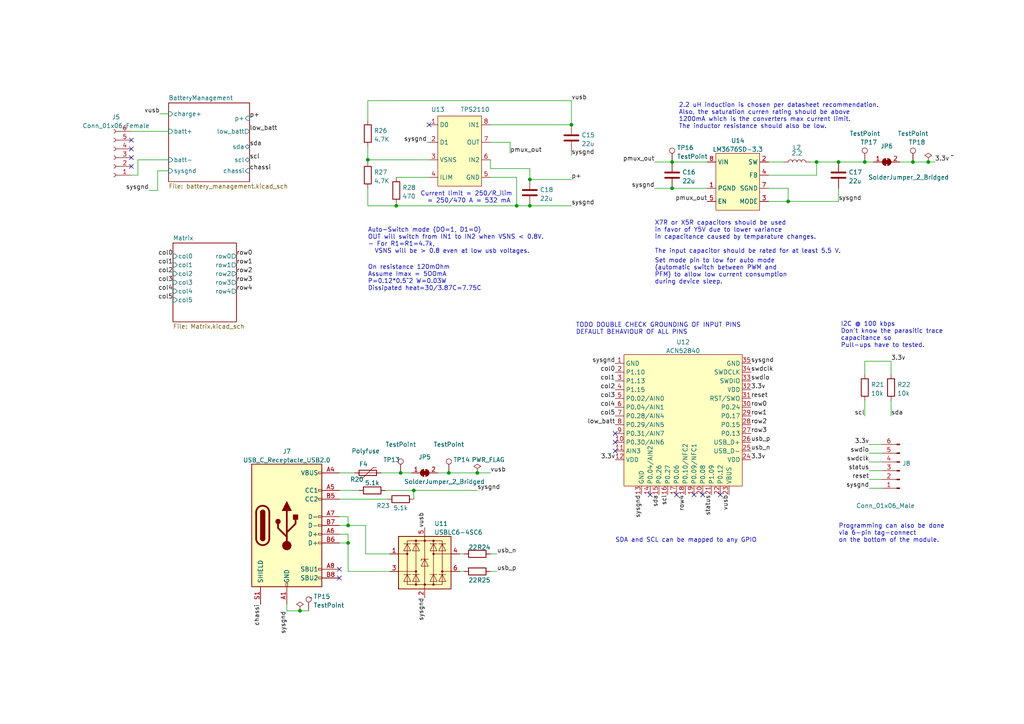
<source format=kicad_sch>
(kicad_sch (version 20211123) (generator eeschema)
  (paper "A4")
  (lib_symbols
    (symbol "Connector:Conn_01x06_Female" (pin_names (offset 1.016) hide)
      (property "Reference" "J" (at 0 7.62 0))
      (property "Value" "Conn_01x06_Female" (at 0 -10.16 0))
      (symbol "Conn_01x06_Female_1_1"
        (arc (start 0 -7.112) (mid -0.508 -7.62) (end 0 -8.128) (stroke (width 0.1524)))
        (arc (start 0 -4.572) (mid -0.508 -5.08) (end 0 -5.588) (stroke (width 0.1524)))
        (arc (start 0 -2.032) (mid -0.508 -2.54) (end 0 -3.048) (stroke (width 0.1524)))
        (polyline (pts (xy -1.27 -7.62) (xy -0.508 -7.62)) (stroke (width 0.1524)))
        (polyline (pts (xy -1.27 -5.08) (xy -0.508 -5.08)) (stroke (width 0.1524)))
        (polyline (pts (xy -1.27 -2.54) (xy -0.508 -2.54)) (stroke (width 0.1524)))
        (polyline (pts (xy -1.27 0) (xy -0.508 0)) (stroke (width 0.1524)))
        (polyline (pts (xy -1.27 2.54) (xy -0.508 2.54)) (stroke (width 0.1524)))
        (polyline (pts (xy -1.27 5.08) (xy -0.508 5.08)) (stroke (width 0.1524)))
        (arc (start 0 0.508) (mid -0.508 0) (end 0 -0.508) (stroke (width 0.1524)))
        (arc (start 0 3.048) (mid -0.508 2.54) (end 0 2.032) (stroke (width 0.1524)))
        (arc (start 0 5.588) (mid -0.508 5.08) (end 0 4.572) (stroke (width 0.1524)))
        (pin passive line (at -5.08 5.08 0) (length 3.81) (name "Pin_1") (number "1"))
        (pin passive line (at -5.08 2.54 0) (length 3.81) (name "Pin_2") (number "2"))
        (pin passive line (at -5.08 0 0) (length 3.81) (name "Pin_3") (number "3"))
        (pin passive line (at -5.08 -2.54 0) (length 3.81) (name "Pin_4") (number "4"))
        (pin passive line (at -5.08 -5.08 0) (length 3.81) (name "Pin_5") (number "5"))
        (pin passive line (at -5.08 -7.62 0) (length 3.81) (name "Pin_6") (number "6"))
      )
    )
    (symbol "Connector:Conn_01x06_Male" (pin_names (offset 1.016) hide)
      (property "Reference" "J" (at 0 7.62 0))
      (property "Value" "Conn_01x06_Male" (at 0 -10.16 0))
      (symbol "Conn_01x06_Male_1_1"
        (polyline (pts (xy 1.27 -7.62) (xy 0.8636 -7.62)) (stroke (width 0.1524)))
        (polyline (pts (xy 1.27 -5.08) (xy 0.8636 -5.08)) (stroke (width 0.1524)))
        (polyline (pts (xy 1.27 -2.54) (xy 0.8636 -2.54)) (stroke (width 0.1524)))
        (polyline (pts (xy 1.27 0) (xy 0.8636 0)) (stroke (width 0.1524)))
        (polyline (pts (xy 1.27 2.54) (xy 0.8636 2.54)) (stroke (width 0.1524)))
        (polyline (pts (xy 1.27 5.08) (xy 0.8636 5.08)) (stroke (width 0.1524)))
        (rectangle (start 0.8636 -7.493) (end 0 -7.747) (stroke (width 0.1524)) (fill (type outline)))
        (rectangle (start 0.8636 -4.953) (end 0 -5.207) (stroke (width 0.1524)) (fill (type outline)))
        (rectangle (start 0.8636 -2.413) (end 0 -2.667) (stroke (width 0.1524)) (fill (type outline)))
        (rectangle (start 0.8636 0.127) (end 0 -0.127) (stroke (width 0.1524)) (fill (type outline)))
        (rectangle (start 0.8636 2.667) (end 0 2.413) (stroke (width 0.1524)) (fill (type outline)))
        (rectangle (start 0.8636 5.207) (end 0 4.953) (stroke (width 0.1524)) (fill (type outline)))
        (pin passive line (at 5.08 5.08 180) (length 3.81) (name "Pin_1") (number "1"))
        (pin passive line (at 5.08 2.54 180) (length 3.81) (name "Pin_2") (number "2"))
        (pin passive line (at 5.08 0 180) (length 3.81) (name "Pin_3") (number "3"))
        (pin passive line (at 5.08 -2.54 180) (length 3.81) (name "Pin_4") (number "4"))
        (pin passive line (at 5.08 -5.08 180) (length 3.81) (name "Pin_5") (number "5"))
        (pin passive line (at 5.08 -7.62 180) (length 3.81) (name "Pin_6") (number "6"))
      )
    )
    (symbol "Connector:TestPoint" (pin_numbers hide) (pin_names (offset 0.762) hide)
      (property "Reference" "TP" (at 0 6.858 0))
      (property "Value" "TestPoint" (at 0 5.08 0))
      (symbol "TestPoint_0_1"
        (circle (center 0 3.302) (radius 0.762))
      )
      (symbol "TestPoint_1_1"
        (pin passive line (at 0 0 90) (length 2.54) (name "1") (number "1"))
      )
    )
    (symbol "Connector:USB_C_Receptacle_USB2.0" (pin_names (offset 1.016))
      (property "Reference" "J" (at -10.16 19.05 0))
      (property "Value" "USB_C_Receptacle_USB2.0" (at 19.05 19.05 0))
      (symbol "USB_C_Receptacle_USB2.0_0_0"
        (rectangle (start -0.254 -17.78) (end 0.254 -16.764))
        (rectangle (start 10.16 -14.986) (end 9.144 -15.494))
        (rectangle (start 10.16 -12.446) (end 9.144 -12.954))
        (rectangle (start 10.16 -4.826) (end 9.144 -5.334))
        (rectangle (start 10.16 -2.286) (end 9.144 -2.794))
        (rectangle (start 10.16 0.254) (end 9.144 -0.254))
        (rectangle (start 10.16 2.794) (end 9.144 2.286))
        (rectangle (start 10.16 7.874) (end 9.144 7.366))
        (rectangle (start 10.16 10.414) (end 9.144 9.906))
        (rectangle (start 10.16 15.494) (end 9.144 14.986))
      )
      (symbol "USB_C_Receptacle_USB2.0_0_1"
        (rectangle (start -10.16 17.78) (end 10.16 -17.78) (stroke (width 0.254)) (fill (type background)))
        (arc (start -8.89 -3.81) (mid -6.985 -5.715) (end -5.08 -3.81) (stroke (width 0.508)))
        (arc (start -7.62 -3.81) (mid -6.985 -4.445) (end -6.35 -3.81) (stroke (width 0.254)))
        (arc (start -7.62 -3.81) (mid -6.985 -4.445) (end -6.35 -3.81) (stroke (width 0.254)) (fill (type outline)))
        (rectangle (start -7.62 -3.81) (end -6.35 3.81) (stroke (width 0.254)) (fill (type outline)))
        (arc (start -6.35 3.81) (mid -6.985 4.445) (end -7.62 3.81) (stroke (width 0.254)))
        (arc (start -6.35 3.81) (mid -6.985 4.445) (end -7.62 3.81) (stroke (width 0.254)) (fill (type outline)))
        (arc (start -5.08 3.81) (mid -6.985 5.715) (end -8.89 3.81) (stroke (width 0.508)))
        (circle (center -2.54 1.143) (radius 0.635) (stroke (width 0.254)) (fill (type outline)))
        (circle (center 0 -5.842) (radius 1.27) (fill (type outline)))
        (polyline (pts (xy -8.89 -3.81) (xy -8.89 3.81)) (stroke (width 0.508)))
        (polyline (pts (xy -5.08 3.81) (xy -5.08 -3.81)) (stroke (width 0.508)))
        (polyline (pts (xy 0 -5.842) (xy 0 4.318)) (stroke (width 0.508)))
        (polyline (pts (xy 0 -3.302) (xy -2.54 -0.762) (xy -2.54 0.508)) (stroke (width 0.508)))
        (polyline (pts (xy 0 -2.032) (xy 2.54 0.508) (xy 2.54 1.778)) (stroke (width 0.508)))
        (polyline (pts (xy -1.27 4.318) (xy 0 6.858) (xy 1.27 4.318) (xy -1.27 4.318)) (stroke (width 0.254)) (fill (type outline)))
        (rectangle (start 1.905 1.778) (end 3.175 3.048) (stroke (width 0.254)) (fill (type outline)))
      )
      (symbol "USB_C_Receptacle_USB2.0_1_1"
        (pin passive line (at 0 -22.86 90) (length 5.08) (name "GND") (number "A1"))
        (pin passive line (at 0 -22.86 90) (length 5.08) hide (name "GND") (number "A12"))
        (pin passive line (at 15.24 15.24 180) (length 5.08) (name "VBUS") (number "A4"))
        (pin bidirectional line (at 15.24 10.16 180) (length 5.08) (name "CC1") (number "A5"))
        (pin bidirectional line (at 15.24 -2.54 180) (length 5.08) (name "D+") (number "A6"))
        (pin bidirectional line (at 15.24 2.54 180) (length 5.08) (name "D-") (number "A7"))
        (pin bidirectional line (at 15.24 -12.7 180) (length 5.08) (name "SBU1") (number "A8"))
        (pin passive line (at 15.24 15.24 180) (length 5.08) hide (name "VBUS") (number "A9"))
        (pin passive line (at 0 -22.86 90) (length 5.08) hide (name "GND") (number "B1"))
        (pin passive line (at 0 -22.86 90) (length 5.08) hide (name "GND") (number "B12"))
        (pin passive line (at 15.24 15.24 180) (length 5.08) hide (name "VBUS") (number "B4"))
        (pin bidirectional line (at 15.24 7.62 180) (length 5.08) (name "CC2") (number "B5"))
        (pin bidirectional line (at 15.24 -5.08 180) (length 5.08) (name "D+") (number "B6"))
        (pin bidirectional line (at 15.24 0 180) (length 5.08) (name "D-") (number "B7"))
        (pin bidirectional line (at 15.24 -15.24 180) (length 5.08) (name "SBU2") (number "B8"))
        (pin passive line (at 15.24 15.24 180) (length 5.08) hide (name "VBUS") (number "B9"))
        (pin passive line (at -7.62 -22.86 90) (length 5.08) (name "SHIELD") (number "S1"))
      )
    )
    (symbol "Device:C" (pin_numbers hide) (pin_names (offset 0.254))
      (property "Reference" "C" (at 0.635 2.54 0))
      (property "Value" "C" (at 0.635 -2.54 0))
      (symbol "C_0_1"
        (polyline (pts (xy -2.032 -0.762) (xy 2.032 -0.762)) (stroke (width 0.508)))
        (polyline (pts (xy -2.032 0.762) (xy 2.032 0.762)) (stroke (width 0.508)))
      )
      (symbol "C_1_1"
        (pin passive line (at 0 3.81 270) (length 2.794) (name "~") (number "1"))
        (pin passive line (at 0 -3.81 90) (length 2.794) (name "~") (number "2"))
      )
    )
    (symbol "Device:L" (pin_numbers hide) (pin_names (offset 1.016) hide)
      (property "Reference" "L" (at -1.27 0 90))
      (property "Value" "L" (at 1.905 0 90))
      (symbol "L_0_1"
        (arc (start 0 -2.54) (mid 0.635 -1.905) (end 0 -1.27))
        (arc (start 0 -1.27) (mid 0.635 -0.635) (end 0 0))
        (arc (start 0 0) (mid 0.635 0.635) (end 0 1.27))
        (arc (start 0 1.27) (mid 0.635 1.905) (end 0 2.54))
      )
      (symbol "L_1_1"
        (pin passive line (at 0 3.81 270) (length 1.27) (name "1") (number "1"))
        (pin passive line (at 0 -3.81 90) (length 1.27) (name "2") (number "2"))
      )
    )
    (symbol "Device:Polyfuse" (pin_numbers hide) (pin_names (offset 0))
      (property "Reference" "F" (at -2.54 0 90))
      (property "Value" "Polyfuse" (at 2.54 0 90))
      (symbol "Polyfuse_0_1"
        (rectangle (start -0.762 2.54) (end 0.762 -2.54) (stroke (width 0.254)))
        (polyline (pts (xy 0 2.54) (xy 0 -2.54)))
        (polyline (pts (xy -1.524 2.54) (xy -1.524 1.524) (xy 1.524 -1.524) (xy 1.524 -2.54)))
      )
      (symbol "Polyfuse_1_1"
        (pin passive line (at 0 3.81 270) (length 1.27) (name "~") (number "1"))
        (pin passive line (at 0 -3.81 90) (length 1.27) (name "~") (number "2"))
      )
    )
    (symbol "Device:R" (pin_numbers hide) (pin_names (offset 0))
      (property "Reference" "R" (at 2.032 0 90))
      (property "Value" "R" (at 0 0 90))
      (symbol "R_0_1"
        (rectangle (start -1.016 -2.54) (end 1.016 2.54) (stroke (width 0.254)))
      )
      (symbol "R_1_1"
        (pin passive line (at 0 3.81 270) (length 1.27) (name "~") (number "1"))
        (pin passive line (at 0 -3.81 90) (length 1.27) (name "~") (number "2"))
      )
    )
    (symbol "Jumper:SolderJumper_2_Bridged" (pin_names (offset 0) hide)
      (property "Reference" "JP" (at 0 2.032 0))
      (property "Value" "SolderJumper_2_Bridged" (at 0 -2.54 0))
      (symbol "SolderJumper_2_Bridged_0_1"
        (rectangle (start -0.508 0.508) (end 0.508 -0.508) (fill (type outline)))
        (arc (start -0.254 1.016) (mid -1.27 0) (end -0.254 -1.016))
        (arc (start -0.254 1.016) (mid -1.27 0) (end -0.254 -1.016) (fill (type outline)))
        (polyline (pts (xy -0.254 1.016) (xy -0.254 -1.016)))
        (polyline (pts (xy 0.254 1.016) (xy 0.254 -1.016)))
        (arc (start 0.254 -1.016) (mid 1.27 0) (end 0.254 1.016))
        (arc (start 0.254 -1.016) (mid 1.27 0) (end 0.254 1.016) (fill (type outline)))
      )
      (symbol "SolderJumper_2_Bridged_1_1"
        (pin passive line (at -3.81 0 0) (length 2.54) (name "A") (number "1"))
        (pin passive line (at 3.81 0 180) (length 2.54) (name "B") (number "2"))
      )
    )
    (symbol "Power_Protection:USBLC6-4SC6" (pin_names hide)
      (property "Reference" "U" (at 2.54 8.89 0))
      (property "Value" "USBLC6-4SC6" (at 2.54 -8.89 0))
      (symbol "USBLC6-4SC6_0_1"
        (rectangle (start -7.62 -7.62) (end 7.62 7.62) (stroke (width 0.254)) (fill (type background)))
        (circle (center -5.08 2.54) (radius 0.254) (fill (type outline)))
        (circle (center -2.54 -6.35) (radius 0.254) (fill (type outline)))
        (circle (center -2.54 -2.54) (radius 0.254) (fill (type outline)))
        (circle (center -2.54 6.35) (radius 0.254) (fill (type outline)))
        (rectangle (start -2.54 6.35) (end 2.54 -6.35))
        (circle (center 0 -6.35) (radius 0.254) (fill (type outline)))
        (polyline (pts (xy -5.08 2.54) (xy -7.62 2.54)))
        (polyline (pts (xy -4.064 -3.429) (xy -6.096 -3.429)))
        (polyline (pts (xy -4.064 5.461) (xy -6.096 5.461)))
        (polyline (pts (xy -2.54 -2.54) (xy -7.62 -2.54)))
        (polyline (pts (xy -1.524 -3.429) (xy -3.556 -3.429)))
        (polyline (pts (xy -1.524 5.461) (xy -3.556 5.461)))
        (polyline (pts (xy 0 -7.62) (xy 0 -6.35)))
        (polyline (pts (xy 0 -6.35) (xy 0 1.27)))
        (polyline (pts (xy 0 1.27) (xy 0 6.35)))
        (polyline (pts (xy 0 6.35) (xy 0 7.62)))
        (polyline (pts (xy 1.524 -3.429) (xy 3.556 -3.429)))
        (polyline (pts (xy 1.524 5.461) (xy 3.556 5.461)))
        (polyline (pts (xy 2.54 2.54) (xy 7.62 2.54)))
        (polyline (pts (xy 4.064 -3.429) (xy 6.096 -3.429)))
        (polyline (pts (xy 4.064 5.461) (xy 6.096 5.461)))
        (polyline (pts (xy 5.08 -2.54) (xy 7.62 -2.54)))
        (polyline (pts (xy -6.096 -5.461) (xy -4.064 -5.461) (xy -5.08 -3.429) (xy -6.096 -5.461)))
        (polyline (pts (xy -6.096 3.429) (xy -4.064 3.429) (xy -5.08 5.461) (xy -6.096 3.429)))
        (polyline (pts (xy -3.556 -5.461) (xy -1.524 -5.461) (xy -2.54 -3.429) (xy -3.556 -5.461)))
        (polyline (pts (xy -3.556 3.429) (xy -1.524 3.429) (xy -2.54 5.461) (xy -3.556 3.429)))
        (polyline (pts (xy -2.54 6.35) (xy -5.08 6.35) (xy -5.08 -6.35) (xy -2.54 -6.35)))
        (polyline (pts (xy -1.016 -1.016) (xy 1.016 -1.016) (xy 0 1.016) (xy -1.016 -1.016)))
        (polyline (pts (xy 1.016 1.016) (xy 0.762 1.016) (xy -1.016 1.016) (xy -1.016 0.508)))
        (polyline (pts (xy 2.54 6.35) (xy 5.08 6.35) (xy 5.08 -6.35) (xy 2.54 -6.35)))
        (polyline (pts (xy 3.556 -5.461) (xy 1.524 -5.461) (xy 2.54 -3.429) (xy 3.556 -5.461)))
        (polyline (pts (xy 3.556 3.429) (xy 1.524 3.429) (xy 2.54 5.461) (xy 3.556 3.429)))
        (polyline (pts (xy 6.096 -5.461) (xy 4.064 -5.461) (xy 5.08 -3.429) (xy 6.096 -5.461)))
        (polyline (pts (xy 6.096 3.429) (xy 4.064 3.429) (xy 5.08 5.461) (xy 6.096 3.429)))
        (circle (center 0 6.35) (radius 0.254) (fill (type outline)))
        (circle (center 2.54 -6.35) (radius 0.254) (fill (type outline)))
        (circle (center 2.54 2.54) (radius 0.254) (fill (type outline)))
        (circle (center 2.54 6.35) (radius 0.254) (fill (type outline)))
        (circle (center 5.08 -2.54) (radius 0.254) (fill (type outline)))
      )
      (symbol "USBLC6-4SC6_1_1"
        (pin passive line (at -10.16 2.54 0) (length 2.54) (name "I/O1") (number "1"))
        (pin passive line (at 0 -10.16 90) (length 2.54) (name "GND") (number "2"))
        (pin passive line (at -10.16 -2.54 0) (length 2.54) (name "I/O2") (number "3"))
        (pin passive line (at 10.16 2.54 180) (length 2.54) (name "I/O3") (number "4"))
        (pin passive line (at 0 10.16 270) (length 2.54) (name "VBUS") (number "5"))
        (pin passive line (at 10.16 -2.54 180) (length 2.54) (name "I/O4") (number "6"))
      )
    )
    (symbol "grapto-v3w:ACN52840"
      (property "Reference" "U?" (at -0.635 36.669 0))
      (property "Value" "ACN52840" (at -0.635 34.1321 0))
      (symbol "ACN52840_0_1"
        (rectangle (start -17.78 33.02) (end 16.51 -5.08) (stroke (width 0.1524)) (fill (type background)))
      )
      (symbol "ACN52840_1_1"
        (pin power_in line (at -20.32 30.48 0) (length 2.54) (name "GND") (number "1"))
        (pin bidirectional line (at -20.32 7.62 0) (length 2.54) (name "P0.30/AIN6") (number "10"))
        (pin input line (at -20.32 5.08 0) (length 2.54) (name "AIN3") (number "11"))
        (pin power_in line (at -20.32 2.54 0) (length 2.54) (name "VDD") (number "12"))
        (pin power_in line (at -12.7 -7.62 90) (length 2.54) (name "GND") (number "13"))
        (pin bidirectional line (at -10.16 -7.62 90) (length 2.54) (name "P0.04/AIN2") (number "14"))
        (pin bidirectional line (at -7.62 -7.62 90) (length 2.54) (name "P0.26") (number "15"))
        (pin bidirectional line (at -5.08 -7.62 90) (length 2.54) (name "P0.27") (number "16"))
        (pin bidirectional line (at -2.54 -7.62 90) (length 2.54) (name "P0.06") (number "17"))
        (pin bidirectional line (at 0 -7.62 90) (length 2.54) (name "P0.10/NFC2") (number "18"))
        (pin bidirectional line (at 2.54 -7.62 90) (length 2.54) (name "P0.09/NFC1") (number "19"))
        (pin bidirectional line (at -20.32 27.94 0) (length 2.54) (name "P1.10") (number "2"))
        (pin bidirectional line (at 5.08 -7.62 90) (length 2.54) (name "P0.08") (number "20"))
        (pin bidirectional line (at 7.62 -7.62 90) (length 2.54) (name "P1.09") (number "21"))
        (pin bidirectional line (at 10.16 -7.62 90) (length 2.54) (name "P0.12") (number "22"))
        (pin power_in line (at 12.7 -7.62 90) (length 2.54) (name "VBUS") (number "23"))
        (pin power_in line (at 19.05 2.54 180) (length 2.54) (name "VDD") (number "24"))
        (pin bidirectional line (at 19.05 5.08 180) (length 2.54) (name "USB_D-") (number "25"))
        (pin bidirectional line (at 19.05 7.62 180) (length 2.54) (name "USB_D+") (number "26"))
        (pin bidirectional line (at 19.05 10.16 180) (length 2.54) (name "P0.13") (number "27"))
        (pin bidirectional line (at 19.05 12.7 180) (length 2.54) (name "P0.15") (number "28"))
        (pin bidirectional line (at 19.05 15.24 180) (length 2.54) (name "P0.17") (number "29"))
        (pin bidirectional line (at -20.32 25.4 0) (length 2.54) (name "P1.13") (number "3"))
        (pin bidirectional line (at 19.05 17.78 180) (length 2.54) (name "P0.24") (number "30"))
        (pin bidirectional line (at 19.05 20.32 180) (length 2.54) (name "RST/SWO") (number "31"))
        (pin power_in line (at 19.05 22.86 180) (length 2.54) (name "VDD") (number "32"))
        (pin bidirectional line (at 19.05 25.4 180) (length 2.54) (name "SWDIO") (number "33"))
        (pin bidirectional line (at 19.05 27.94 180) (length 2.54) (name "SWDCLK") (number "34"))
        (pin power_in line (at 19.05 30.48 180) (length 2.54) (name "GND") (number "35"))
        (pin bidirectional line (at -20.32 22.86 0) (length 2.54) (name "P1.15") (number "4"))
        (pin input line (at -20.32 20.32 0) (length 2.54) (name "P0.02/AIN0") (number "5"))
        (pin input line (at -20.32 17.78 0) (length 2.54) (name "P0.04/AIN1") (number "6"))
        (pin bidirectional line (at -20.32 15.24 0) (length 2.54) (name "P0.28/AIN4") (number "7"))
        (pin bidirectional line (at -20.32 12.7 0) (length 2.54) (name "P0.29/AIN5") (number "8"))
        (pin bidirectional line (at -20.32 10.16 0) (length 2.54) (name "P0.31/AIN7") (number "9"))
      )
    )
    (symbol "grapto-v3w:LM3676SD-3.3"
      (property "Reference" "U" (at 0 12.7 0))
      (property "Value" "LM3676SD-3.3" (at -1.27 8.89 0))
      (symbol "LM3676SD-3.3_0_1"
        (rectangle (start -6.35 7.62) (end 6.35 -8.89) (stroke (width 0.1524)) (fill (type background)))
      )
      (symbol "LM3676SD-3.3_1_1"
        (pin power_in line (at -8.89 -2.54 0) (length 2.54) (name "PGND") (number "1"))
        (pin power_out line (at 8.89 5.08 180) (length 2.54) (name "SW") (number "2"))
        (pin input line (at 8.89 -6.35 180) (length 2.54) (name "MODE") (number "3"))
        (pin bidirectional line (at 8.89 1.27 180) (length 2.54) (name "FB") (number "4"))
        (pin input line (at -8.89 -6.35 0) (length 2.54) (name "EN") (number "5"))
        (pin power_in line (at 8.89 -2.54 180) (length 2.54) (name "SGND") (number "7"))
        (pin power_in line (at -8.89 5.08 0) (length 2.54) (name "VIN") (number "8"))
      )
    )
    (symbol "grapto-v3w:TPS2110"
      (property "Reference" "U" (at 3.81 12.7 0))
      (property "Value" "TPS2110" (at -5.08 12.7 0))
      (symbol "TPS2110_0_1"
        (rectangle (start -6.35 10.16) (end 6.35 -10.16) (stroke (width 0.1524)) (fill (type background)))
      )
      (symbol "TPS2110_1_1"
        (pin input line (at -8.89 7.62 0) (length 2.54) (name "D0") (number "1"))
        (pin input line (at -8.89 2.54 0) (length 2.54) (name "D1") (number "2"))
        (pin input line (at -8.89 -2.54 0) (length 2.54) (name "VSNS") (number "3"))
        (pin bidirectional line (at -8.89 -7.62 0) (length 2.54) (name "ILIM") (number "4"))
        (pin power_in line (at 8.89 -7.62 180) (length 2.54) (name "GND") (number "5"))
        (pin power_in line (at 8.89 -2.54 180) (length 2.54) (name "IN2") (number "6"))
        (pin power_out line (at 8.89 2.54 180) (length 2.54) (name "OUT") (number "7"))
        (pin power_in line (at 8.89 7.62 180) (length 2.54) (name "IN1") (number "8"))
      )
    )
    (symbol "power:PWR_FLAG" (power) (pin_numbers hide) (pin_names (offset 0) hide)
      (property "Value" "PWR_FLAG" (at 0 3.81 0))
      (symbol "PWR_FLAG_0_0"
        (pin power_out line (at 0 0 90) (length 0) (name "pwr") (number "1"))
      )
      (symbol "PWR_FLAG_0_1"
        (polyline (pts (xy 0 0) (xy 0 1.27) (xy -1.016 1.905) (xy 0 2.54) (xy 1.016 1.905) (xy 0 1.27)))
      )
    )
  )
  (junction (at 114.935 59.69))
  (junction (at 228.6 58.42))
  (junction (at 153.67 52.07))
  (junction (at 243.205 46.99))
  (junction (at 138.43 137.16))
  (junction (at 106.68 46.355))
  (junction (at 153.67 59.69))
  (junction (at 120.015 142.24))
  (junction (at 130.175 137.16))
  (junction (at 194.945 46.99))
  (junction (at 86.995 177.165))
  (junction (at 194.945 54.61))
  (junction (at 264.795 46.99))
  (junction (at 236.855 46.99))
  (junction (at 116.205 137.16))
  (junction (at 165.735 36.195))
  (junction (at 269.24 46.99))
  (junction (at 100.965 152.4))
  (junction (at 250.825 46.99))
  (junction (at 100.965 157.48))
  (junction (at 149.86 59.69))
  (no_connect (at 38.1 45.72))
  (no_connect (at 38.1 40.64))
  (no_connect (at 178.435 130.81))
  (no_connect (at 178.435 125.73))
  (no_connect (at 178.435 128.27))
  (no_connect (at 188.595 143.51))
  (no_connect (at 196.215 143.51))
  (no_connect (at 208.915 143.51))
  (no_connect (at 201.295 143.51))
  (no_connect (at 203.835 143.51))
  (no_connect (at 38.1 43.18))
  (no_connect (at 98.425 165.1))
  (no_connect (at 38.1 48.26))
  (no_connect (at 98.425 167.64))
  (no_connect (at 124.46 36.195))
  (wire (pts (xy 98.425 154.94) (xy 100.965 154.94)))
  (wire (pts (xy 147.955 41.275) (xy 147.955 44.45)))
  (wire (pts (xy 142.24 48.895) (xy 142.24 46.355)))
  (wire (pts (xy 165.735 29.21) (xy 106.68 29.21)))
  (wire (pts (xy 133.35 160.655) (xy 134.62 160.655)))
  (wire (pts (xy 113.03 165.735) (xy 100.965 165.735)))
  (wire (pts (xy 113.03 160.655) (xy 106.045 160.655)))
  (wire (pts (xy 250.825 104.775) (xy 250.825 108.585)))
  (wire (pts (xy 260.985 46.99) (xy 264.795 46.99)))
  (wire (pts (xy 46.355 33.02) (xy 48.895 33.02)))
  (wire (pts (xy 98.425 152.4) (xy 100.965 152.4)))
  (wire (pts (xy 243.205 54.61) (xy 243.205 58.42)))
  (wire (pts (xy 114.935 59.69) (xy 149.86 59.69)))
  (wire (pts (xy 110.49 137.16) (xy 116.205 137.16)))
  (wire (pts (xy 250.825 46.99) (xy 253.365 46.99)))
  (wire (pts (xy 142.24 41.275) (xy 147.955 41.275)))
  (wire (pts (xy 116.205 137.16) (xy 119.38 137.16)))
  (wire (pts (xy 120.015 142.24) (xy 120.015 144.78)))
  (wire (pts (xy 45.72 55.245) (xy 45.72 49.53)))
  (wire (pts (xy 153.67 52.07) (xy 165.735 52.07)))
  (wire (pts (xy 250.825 104.775) (xy 258.445 104.775)))
  (wire (pts (xy 252.095 136.525) (xy 255.905 136.525)))
  (wire (pts (xy 100.965 154.94) (xy 100.965 157.48)))
  (wire (pts (xy 40.005 46.355) (xy 48.895 46.355)))
  (wire (pts (xy 138.43 137.16) (xy 142.24 137.16)))
  (wire (pts (xy 194.945 54.61) (xy 205.105 54.61)))
  (wire (pts (xy 120.015 142.24) (xy 138.43 142.24)))
  (wire (pts (xy 149.86 51.435) (xy 149.86 59.69)))
  (wire (pts (xy 165.735 29.21) (xy 165.735 36.195)))
  (wire (pts (xy 252.095 133.985) (xy 255.905 133.985)))
  (wire (pts (xy 40.005 46.355) (xy 40.005 50.8)))
  (wire (pts (xy 142.24 165.735) (xy 144.145 165.735)))
  (wire (pts (xy 130.175 137.16) (xy 138.43 137.16)))
  (wire (pts (xy 142.24 48.895) (xy 153.67 48.895)))
  (wire (pts (xy 106.045 160.655) (xy 106.045 152.4)))
  (wire (pts (xy 45.72 49.53) (xy 48.895 49.53)))
  (wire (pts (xy 83.185 177.165) (xy 86.995 177.165)))
  (wire (pts (xy 222.885 46.99) (xy 227.33 46.99)))
  (wire (pts (xy 100.965 152.4) (xy 100.965 149.86)))
  (wire (pts (xy 100.965 157.48) (xy 98.425 157.48)))
  (wire (pts (xy 106.68 29.21) (xy 106.68 34.925)))
  (wire (pts (xy 100.965 165.735) (xy 100.965 157.48)))
  (wire (pts (xy 98.425 149.86) (xy 100.965 149.86)))
  (wire (pts (xy 243.205 46.99) (xy 250.825 46.99)))
  (wire (pts (xy 133.35 165.735) (xy 134.62 165.735)))
  (wire (pts (xy 222.885 54.61) (xy 228.6 54.61)))
  (wire (pts (xy 149.86 59.69) (xy 153.67 59.69)))
  (wire (pts (xy 234.95 46.99) (xy 236.855 46.99)))
  (wire (pts (xy 252.095 139.065) (xy 255.905 139.065)))
  (wire (pts (xy 43.18 55.245) (xy 45.72 55.245)))
  (wire (pts (xy 252.095 128.905) (xy 255.905 128.905)))
  (wire (pts (xy 106.68 59.69) (xy 106.68 54.61)))
  (wire (pts (xy 252.095 141.605) (xy 255.905 141.605)))
  (wire (pts (xy 127 137.16) (xy 130.175 137.16)))
  (wire (pts (xy 86.995 177.165) (xy 89.535 177.165)))
  (wire (pts (xy 258.445 104.775) (xy 258.445 108.585)))
  (wire (pts (xy 106.68 42.545) (xy 106.68 46.355)))
  (wire (pts (xy 153.67 59.69) (xy 165.735 59.69)))
  (wire (pts (xy 258.445 116.205) (xy 258.445 120.65)))
  (wire (pts (xy 153.67 52.07) (xy 153.67 48.895)))
  (wire (pts (xy 189.865 54.61) (xy 194.945 54.61)))
  (wire (pts (xy 98.425 142.24) (xy 104.14 142.24)))
  (wire (pts (xy 123.825 41.275) (xy 124.46 41.275)))
  (wire (pts (xy 165.735 43.815) (xy 165.735 45.085)))
  (wire (pts (xy 194.945 46.99) (xy 205.105 46.99)))
  (wire (pts (xy 228.6 58.42) (xy 243.205 58.42)))
  (wire (pts (xy 236.855 50.8) (xy 236.855 46.99)))
  (wire (pts (xy 236.855 46.99) (xy 243.205 46.99)))
  (wire (pts (xy 222.885 50.8) (xy 236.855 50.8)))
  (wire (pts (xy 98.425 144.78) (xy 112.395 144.78)))
  (wire (pts (xy 38.1 38.1) (xy 48.895 38.1)))
  (wire (pts (xy 83.185 177.165) (xy 83.185 175.26)))
  (wire (pts (xy 38.1 50.8) (xy 40.005 50.8)))
  (wire (pts (xy 250.825 116.205) (xy 250.825 120.65)))
  (wire (pts (xy 264.795 46.99) (xy 269.24 46.99)))
  (wire (pts (xy 149.86 51.435) (xy 142.24 51.435)))
  (wire (pts (xy 106.68 59.69) (xy 114.935 59.69)))
  (wire (pts (xy 106.68 46.355) (xy 124.46 46.355)))
  (wire (pts (xy 114.935 59.69) (xy 114.935 59.055)))
  (wire (pts (xy 252.095 131.445) (xy 255.905 131.445)))
  (wire (pts (xy 142.24 160.655) (xy 144.145 160.655)))
  (wire (pts (xy 106.045 152.4) (xy 100.965 152.4)))
  (wire (pts (xy 269.24 46.99) (xy 271.145 46.99)))
  (wire (pts (xy 228.6 54.61) (xy 228.6 58.42)))
  (wire (pts (xy 98.425 137.16) (xy 102.87 137.16)))
  (wire (pts (xy 114.935 51.435) (xy 124.46 51.435)))
  (wire (pts (xy 142.24 36.195) (xy 165.735 36.195)))
  (wire (pts (xy 222.885 58.42) (xy 228.6 58.42)))
  (wire (pts (xy 106.68 46.99) (xy 106.68 46.355)))
  (wire (pts (xy 111.76 142.24) (xy 120.015 142.24)))
  (wire (pts (xy 189.865 46.99) (xy 194.945 46.99)))
  (text "Current limit = 250/R_ilim\n  = 250/470 A = 532 mA" (at 121.92 59.055 0) (effects (font (size 1.27 1.27)) (justify left bottom)))
  (text "Set mode pin to low for auto mode\n(automatic switch between PWM and\nPFM) to allow low current consumption\nduring device sleep." (at 189.865 82.55 0) (effects (font (size 1.27 1.27)) (justify left bottom)))
  (text "X7R or X5R capacitors should be used\nin favor of Y5V due to lower variance\nin capacitance caused by temparature changes.\n \nThe input capacitor should be rated for at least 5.5 V." (at 189.865 73.66 0) (effects (font (size 1.27 1.27)) (justify left bottom)))
  (text "I2C @ 100 kbps\nDon't know the parasitic trace\ncapacitance so\nPull-ups have to tested." (at 243.84 100.965 0) (effects (font (size 1.27 1.27)) (justify left bottom)))
  (text "2.2 uH induction is chosen per datasheet recommendation.\nAlso, the saturation curren rating should be above\n1200mA which is the converters max current limit.\nThe inductor resistance should also be low." (at 196.85 37.465 0) (effects (font (size 1.27 1.27)) (justify left bottom)))
  (text "TODO DOUBLE CHECK GROUNDING OF INPUT PINS\nDEFAULT BEHAVIOUR OF ALL PINS" (at 167.005 97.155 0) (effects (font (size 1.27 1.27)) (justify left bottom)))
  (text "SDA and SCL can be mapped to any GPIO" (at 178.435 157.48 0) (effects (font (size 1.27 1.27)) (justify left bottom)))
  (text "Auto-Switch mode (DO=1, D1=0)\nOUT will switch from IN1 to IN2 when VSNS < 0.8V.\n- For R1=R1=4.7k,\n  VSNS will be > 0.8 even at low usb voltages.\n" (at 106.68 73.66 0) (effects (font (size 1.27 1.27)) (justify left bottom)))
  (text "Programming can also be done\nvia 6-pin tag-connect\non the bottom of the module." (at 243.205 157.48 0) (effects (font (size 1.27 1.27)) (justify left bottom)))
  (text "On resistance 120mOhm\nAssume Imax = 5OOmA\nP=0.12*0.5^2 W=0.03W\nDissipated heat=30/3.87C=7.75C" (at 106.68 84.455 0) (effects (font (size 1.27 1.27)) (justify left bottom)))
  (label "status" (at 206.375 143.51 270))
  (label "sysgnd" (at 217.805 105.41 0))
  (label "sysgnd" (at 252.095 141.605 180))
  (label "col2" (at 50.165 79.375 180))
  (label "vusb" (at 211.455 143.51 270))
  (label "col2" (at 178.435 113.03 180))
  (label "3.3v" (at 252.095 128.905 180))
  (label "row0" (at 217.805 118.11 0))
  (label "scl" (at 72.39 46.355 0))
  (label "sysgnd" (at 123.19 173.355 270))
  (label "row4" (at 68.58 84.455 0))
  (label "sysgnd" (at 123.825 41.275 180))
  (label "scl" (at 250.825 120.65 180))
  (label "swdio" (at 252.095 131.445 180))
  (label "swdclk" (at 252.095 133.985 180))
  (label "chassi" (at 75.565 175.26 270))
  (label "3.3v" (at 258.445 104.775 0))
  (label "col0" (at 50.165 74.295 180))
  (label "swdclk" (at 217.805 107.95 0))
  (label "reset" (at 252.095 139.065 180))
  (label "swdio" (at 217.805 110.49 0))
  (label "3.3v" (at 217.805 113.03 0))
  (label "col1" (at 178.435 110.49 180))
  (label "col4" (at 50.165 84.455 180))
  (label "status" (at 252.095 136.525 180))
  (label "col5" (at 178.435 120.65 180))
  (label "low_batt" (at 72.39 38.1 0))
  (label "pmux_out" (at 189.865 46.99 180))
  (label "row2" (at 217.805 123.19 0))
  (label "sda" (at 72.39 42.545 0))
  (label "col3" (at 178.435 115.57 180))
  (label "col4" (at 178.435 118.11 180))
  (label "sysgnd" (at 83.185 177.165 270))
  (label "pmux_out" (at 205.105 58.42 180))
  (label "sysgnd" (at 189.865 54.61 180))
  (label "sysgnd" (at 243.205 58.42 0))
  (label "sda" (at 258.445 120.65 0))
  (label "row4" (at 198.755 143.51 270))
  (label "row3" (at 217.805 125.73 0))
  (label "sysgnd" (at 138.43 142.24 0))
  (label "row1" (at 68.58 76.835 0))
  (label "sysgnd" (at 43.18 55.245 180))
  (label "col0" (at 178.435 107.95 180))
  (label "col1" (at 50.165 76.835 180))
  (label "vusb" (at 165.735 29.21 0))
  (label "vusb" (at 142.24 137.16 0))
  (label "low_batt" (at 178.435 123.19 180))
  (label "chassi" (at 72.39 49.53 0))
  (label "3.3v" (at 271.145 46.99 0))
  (label "sysgnd" (at 165.735 59.69 0))
  (label "col3" (at 50.165 81.915 180))
  (label "usb_p" (at 217.805 128.27 0))
  (label "scl" (at 193.675 143.51 270))
  (label "sysgnd" (at 178.435 105.41 180))
  (label "vusb" (at 123.19 153.035 90))
  (label "col5" (at 50.165 86.995 180))
  (label "sysgnd" (at 165.735 45.085 0))
  (label "vusb" (at 46.355 33.02 180))
  (label "reset" (at 217.805 115.57 0))
  (label "3.3v" (at 217.805 133.35 0))
  (label "sda" (at 191.135 143.51 270))
  (label "sysgnd" (at 186.055 143.51 270))
  (label "3.3v" (at 178.435 133.35 180))
  (label "row2" (at 68.58 79.375 0))
  (label "usb_p" (at 144.145 165.735 0))
  (label "row1" (at 217.805 120.65 0))
  (label "row3" (at 68.58 81.915 0))
  (label "pmux_out" (at 147.955 44.45 0))
  (label "row0" (at 68.58 74.295 0))
  (label "usb_n" (at 144.145 160.655 0))
  (label "usb_n" (at 217.805 130.81 0))
  (label "p+" (at 72.39 34.29 0))
  (label "p+" (at 165.735 52.07 0))
  (symbol (lib_id "Device:R") (at 106.68 50.8 0) (unit 1)
    (property "Reference" "R27" (at 108.458 49.9653 0) (effects (justify left)))
    (property "Value" "4.7K" (at 108.458 52.5022 0) (effects (justify left)))
    (property "Footprint" "Resistor_SMD:R_0603_1608Metric_Pad0.98x0.95mm_HandSolder" (effects hide))
  )
  (symbol (lib_id "grapto-v3w:TPS2110") (at 133.35 43.815 0) (unit 1)
    (property "Reference" "U13" (at 127 31.75 0))
    (property "Value" "TPS2110" (at 137.795 31.75 0))
    (property "Footprint" "Package_SO:TSSOP-8_4.4x3mm_P0.65mm" (effects hide))
  )
  (symbol (lib_id "power:PWR_FLAG") (at 269.24 46.99 0) (unit 1)
    (property "Reference" "#FLG0108" (effects hide))
    (property "Value" "~" (at 276.225 45.085 0))
  )
  (symbol (lib_id "Device:C") (at 165.735 40.005 0) (unit 1)
    (property "Reference" "C15" (at 168.656 39.1703 0) (effects (justify left)))
    (property "Value" "22u" (at 168.656 41.7072 0) (effects (justify left)))
    (property "Footprint" "Fuse:Fuse_0603_1608Metric_Pad1.05x0.95mm_HandSolder" (effects hide))
  )
  (symbol (lib_id "Connector:TestPoint") (at 250.825 46.99 0) (unit 1)
    (property "Reference" "TP17" (at 249.555 41.275 0) (effects (justify left)))
    (property "Value" "TestPoint" (at 246.38 38.735 0) (effects (justify left)))
    (property "Footprint" "TestPoint:TestPoint_Pad_2.0x2.0mm" (effects hide))
  )
  (symbol (lib_id "grapto-v3w:LM3676SD-3.3") (at 213.995 52.07 0) (unit 1)
    (property "Reference" "U14" (at 213.995 40.801 0))
    (property "Value" "LM3676SD-3.3" (at 213.995 43.3379 0))
    (property "Footprint" "Package_SON:WSON-8-1EP_3x3mm_P0.5mm_EP1.6x2.0mm" (effects hide))
  )
  (symbol (lib_id "power:PWR_FLAG") (at 138.43 137.16 0) (unit 1)
    (property "Reference" "#FLG0105" (effects hide))
    (property "Value" "PWR_FLAG" (at 141.605 133.35 0))
  )
  (symbol (lib_id "Jumper:SolderJumper_2_Bridged") (at 123.19 137.16 0) (unit 1)
    (property "Reference" "JP5" (at 123.19 132.5712 0))
    (property "Value" "SolderJumper_2_Bridged" (at 128.905 139.7 0))
    (property "Footprint" "Jumper:SolderJumper-2_P1.3mm_Bridged_RoundedPad1.0x1.5mm" (effects hide))
  )
  (symbol (lib_id "Device:C") (at 243.205 50.8 0) (unit 1)
    (property "Reference" "C17" (at 246.126 49.9653 0) (effects (justify left)))
    (property "Value" "22u" (at 246.126 52.5022 0) (effects (justify left)))
    (property "Footprint" "Fuse:Fuse_0603_1608Metric_Pad1.05x0.95mm_HandSolder" (effects hide))
  )
  (symbol (lib_id "Connector:USB_C_Receptacle_USB2.0") (at 83.185 152.4 0) (unit 1)
    (property "Reference" "J7" (at 83.185 130.9202 0))
    (property "Value" "USB_C_Receptacle_USB2.0" (at 83.185 133.4571 0))
    (property "Footprint" "grapto-v3w:USB_C_Receptacle_molex_2169900001" (effects hide))
    (property "Datasheet" "https://www.usb.org/sites/default/files/documents/usb_type-c.zip" (effects hide))
  )
  (symbol (lib_id "grapto-v3w:ACN52840") (at 198.755 135.89 0) (unit 1)
    (property "Reference" "U12" (at 198.12 99.221 0))
    (property "Value" "ACN52840" (at 198.12 101.7579 0))
    (property "Footprint" "grapto-v3w:ACN52840_mirror" (effects hide))
  )
  (symbol (lib_id "Device:R") (at 258.445 112.395 0) (unit 1)
    (property "Reference" "R22" (at 260.223 111.5603 0) (effects (justify left)))
    (property "Value" "10k" (at 260.223 114.0972 0) (effects (justify left)))
    (property "Footprint" "Resistor_SMD:R_0603_1608Metric_Pad0.98x0.95mm_HandSolder" (effects hide))
  )
  (symbol (lib_id "Device:R") (at 138.43 160.655 90) (unit 1)
    (property "Reference" "R24" (at 140.335 158.75 90))
    (property "Value" "22" (at 137.16 158.75 90))
    (property "Footprint" "Resistor_SMD:R_0603_1608Metric_Pad0.98x0.95mm_HandSolder" (effects hide))
  )
  (symbol (lib_id "Connector:TestPoint") (at 89.535 177.165 0) (unit 1)
    (property "Reference" "TP15" (at 90.932 173.0283 0) (effects (justify left)))
    (property "Value" "TestPoint" (at 90.932 175.5652 0) (effects (justify left)))
    (property "Footprint" "TestPoint:TestPoint_Pad_2.0x2.0mm" (effects hide))
  )
  (symbol (lib_id "Device:R") (at 106.68 38.735 0) (unit 1)
    (property "Reference" "R26" (at 108.458 37.9003 0) (effects (justify left)))
    (property "Value" "4.7K" (at 108.458 40.4372 0) (effects (justify left)))
    (property "Footprint" "Resistor_SMD:R_0603_1608Metric_Pad0.98x0.95mm_HandSolder" (effects hide))
  )
  (symbol (lib_id "Device:C") (at 153.67 55.88 0) (unit 1)
    (property "Reference" "C18" (at 156.591 55.0453 0) (effects (justify left)))
    (property "Value" "22u" (at 156.591 57.5822 0) (effects (justify left)))
    (property "Footprint" "Fuse:Fuse_0603_1608Metric_Pad1.05x0.95mm_HandSolder" (effects hide))
  )
  (symbol (lib_id "Power_Protection:USBLC6-4SC6") (at 123.19 163.195 0) (unit 1)
    (property "Reference" "U11" (at 125.9587 151.8752 0) (effects (justify left)))
    (property "Value" "USBLC6-4SC6" (at 125.9587 154.4121 0) (effects (justify left)))
    (property "Footprint" "Package_TO_SOT_SMD:SOT-23-6" (effects hide))
    (property "Datasheet" "https://www.st.com/resource/en/datasheet/usblc6-4.pdf" (effects hide))
  )
  (symbol (lib_id "Device:R") (at 250.825 112.395 0) (unit 1)
    (property "Reference" "R21" (at 252.603 111.5603 0) (effects (justify left)))
    (property "Value" "10k" (at 252.603 114.0972 0) (effects (justify left)))
    (property "Footprint" "Resistor_SMD:R_0603_1608Metric_Pad0.98x0.95mm_HandSolder" (effects hide))
  )
  (symbol (lib_id "Device:R") (at 116.205 144.78 90) (unit 1)
    (property "Reference" "R23" (at 111.125 146.685 90))
    (property "Value" "5.1k" (at 116.205 147.32 90))
    (property "Footprint" "Resistor_SMD:R_0603_1608Metric_Pad0.98x0.95mm_HandSolder" (effects hide))
  )
  (symbol (lib_id "Connector:Conn_01x06_Male") (at 260.985 136.525 180) (unit 1)
    (property "Reference" "J8" (at 261.6962 134.4203 0) (effects (justify right)))
    (property "Value" "Conn_01x06_Male" (at 248.285 146.685 0) (effects (justify right)))
    (property "Footprint" "Connector_PinHeader_2.54mm:PinHeader_1x06_P2.54mm_Vertical" (effects hide))
  )
  (symbol (lib_id "power:PWR_FLAG") (at 86.995 177.165 0) (unit 1)
    (property "Reference" "#FLG0106" (effects hide))
    (property "Value" "~" (at 90.17 173.355 0))
  )
  (symbol (lib_id "Device:L") (at 231.14 46.99 90) (unit 1)
    (property "Reference" "L2" (at 231.14 42.7822 90))
    (property "Value" "2.2" (at 231.14 44.45 90))
    (property "Footprint" "grapto-v3w:Bourns-SRP0415" (effects hide))
  )
  (symbol (lib_id "Connector:TestPoint") (at 130.175 137.16 0) (unit 1)
    (property "Reference" "TP14" (at 131.445 133.35 0) (effects (justify left)))
    (property "Value" "TestPoint" (at 125.73 128.905 0) (effects (justify left)))
    (property "Footprint" "TestPoint:TestPoint_Pad_2.0x2.0mm" (effects hide))
  )
  (symbol (lib_id "Connector:TestPoint") (at 116.205 137.16 0) (unit 1)
    (property "Reference" "TP13" (at 111.125 133.35 0) (effects (justify left)))
    (property "Value" "TestPoint" (at 111.76 128.905 0) (effects (justify left)))
    (property "Footprint" "TestPoint:TestPoint_Pad_2.0x2.0mm" (effects hide))
  )
  (symbol (lib_id "Device:C") (at 194.945 50.8 0) (unit 1)
    (property "Reference" "C16" (at 197.866 49.9653 0) (effects (justify left)))
    (property "Value" "22u" (at 197.866 52.5022 0) (effects (justify left)))
    (property "Footprint" "Fuse:Fuse_0603_1608Metric_Pad1.05x0.95mm_HandSolder" (effects hide))
  )
  (symbol (lib_id "Connector:Conn_01x06_Female") (at 33.02 45.72 180) (unit 1)
    (property "Reference" "J5" (at 33.655 33.943 0))
    (property "Value" "Conn_01x06_Female" (at 33.655 36.4799 0))
    (property "Footprint" "grapto-v3w:df65-6P-1.7V" (effects hide))
  )
  (symbol (lib_id "Device:R") (at 138.43 165.735 90) (unit 1)
    (property "Reference" "R25" (at 140.335 168.275 90))
    (property "Value" "22" (at 137.16 168.275 90))
    (property "Footprint" "Resistor_SMD:R_0603_1608Metric_Pad0.98x0.95mm_HandSolder" (effects hide))
  )
  (symbol (lib_id "Device:R") (at 107.95 142.24 90) (unit 1)
    (property "Reference" "R20" (at 103.505 139.065 90))
    (property "Value" "5.1k" (at 107.95 140.0611 90))
    (property "Footprint" "Resistor_SMD:R_0603_1608Metric_Pad0.98x0.95mm_HandSolder" (effects hide))
  )
  (symbol (lib_id "Device:R") (at 114.935 55.245 0) (unit 1)
    (property "Reference" "R28" (at 116.713 54.4103 0) (effects (justify left)))
    (property "Value" "470" (at 116.713 56.9472 0) (effects (justify left)))
    (property "Footprint" "Resistor_SMD:R_0603_1608Metric_Pad0.98x0.95mm_HandSolder" (effects hide))
  )
  (symbol (lib_id "Jumper:SolderJumper_2_Bridged") (at 257.175 46.99 0) (unit 1)
    (property "Reference" "JP6" (at 257.175 42.4012 0))
    (property "Value" "SolderJumper_2_Bridged" (at 263.525 51.435 0))
    (property "Footprint" "Jumper:SolderJumper-2_P1.3mm_Bridged_RoundedPad1.0x1.5mm" (effects hide))
  )
  (symbol (lib_id "Connector:TestPoint") (at 194.945 46.99 0) (unit 1)
    (property "Reference" "TP16" (at 196.342 42.8533 0) (effects (justify left)))
    (property "Value" "TestPoint" (at 196.342 45.3902 0) (effects (justify left)))
    (property "Footprint" "TestPoint:TestPoint_Pad_2.0x2.0mm" (effects hide))
  )
  (symbol (lib_id "Connector:TestPoint") (at 264.795 46.99 0) (unit 1)
    (property "Reference" "TP18" (at 263.525 41.275 0) (effects (justify left)))
    (property "Value" "TestPoint" (at 260.35 38.735 0) (effects (justify left)))
    (property "Footprint" "TestPoint:TestPoint_Pad_2.0x2.0mm" (effects hide))
  )
  (symbol (lib_id "Device:Polyfuse") (at 106.68 137.16 90) (unit 1)
    (property "Reference" "F4" (at 105.41 134.62 90))
    (property "Value" "Polyfuse" (at 106.045 130.81 90))
    (property "Footprint" "Fuse:Fuse_0603_1608Metric_Pad1.05x0.95mm_HandSolder" (effects hide))
  )
  (sheet (at 50.165 70.485) (size 18.415 22.86) (stroke (width 0.1524))
    (property "Sheet name" "Matrix" (at 50.165 69.7734 0) (effects (justify left bottom)))
    (property "Sheet file" "Matrix.kicad_sch" (at 50.165 93.9296 0) (effects (justify left top)))
    (pin "col0" input (at 50.165 74.295 180))
    (pin "col1" input (at 50.165 76.835 180))
    (pin "col4" input (at 50.165 84.455 180))
    (pin "col2" input (at 50.165 79.375 180))
    (pin "col3" input (at 50.165 81.915 180))
    (pin "row1" output (at 68.58 76.835 0))
    (pin "row2" output (at 68.58 79.375 0))
    (pin "row3" output (at 68.58 81.915 0))
    (pin "row4" output (at 68.58 84.455 0))
    (pin "col5" input (at 50.165 86.995 180))
    (pin "row0" output (at 68.58 74.295 0))
  )
  (sheet (at 48.895 29.845) (size 23.495 22.86) (stroke (width 0.1524))
    (property "Sheet name" "BatteryManagement" (at 48.895 29.1334 0) (effects (justify left bottom)))
    (property "Sheet file" "battery_management.kicad_sch" (at 48.895 53.2896 0) (effects (justify left top)))
    (pin "sysgnd" input (at 48.895 49.53 180))
    (pin "p+" input (at 72.39 34.29 0))
    (pin "chassi" input (at 72.39 49.53 0))
    (pin "low_batt" output (at 72.39 38.1 0))
    (pin "sda" bidirectional (at 72.39 42.545 0))
    (pin "scl" bidirectional (at 72.39 46.355 0))
    (pin "batt+" input (at 48.895 38.1 180))
    (pin "batt-" input (at 48.895 46.355 180))
    (pin "charge+" input (at 48.895 33.02 180))
  )
)
</source>
